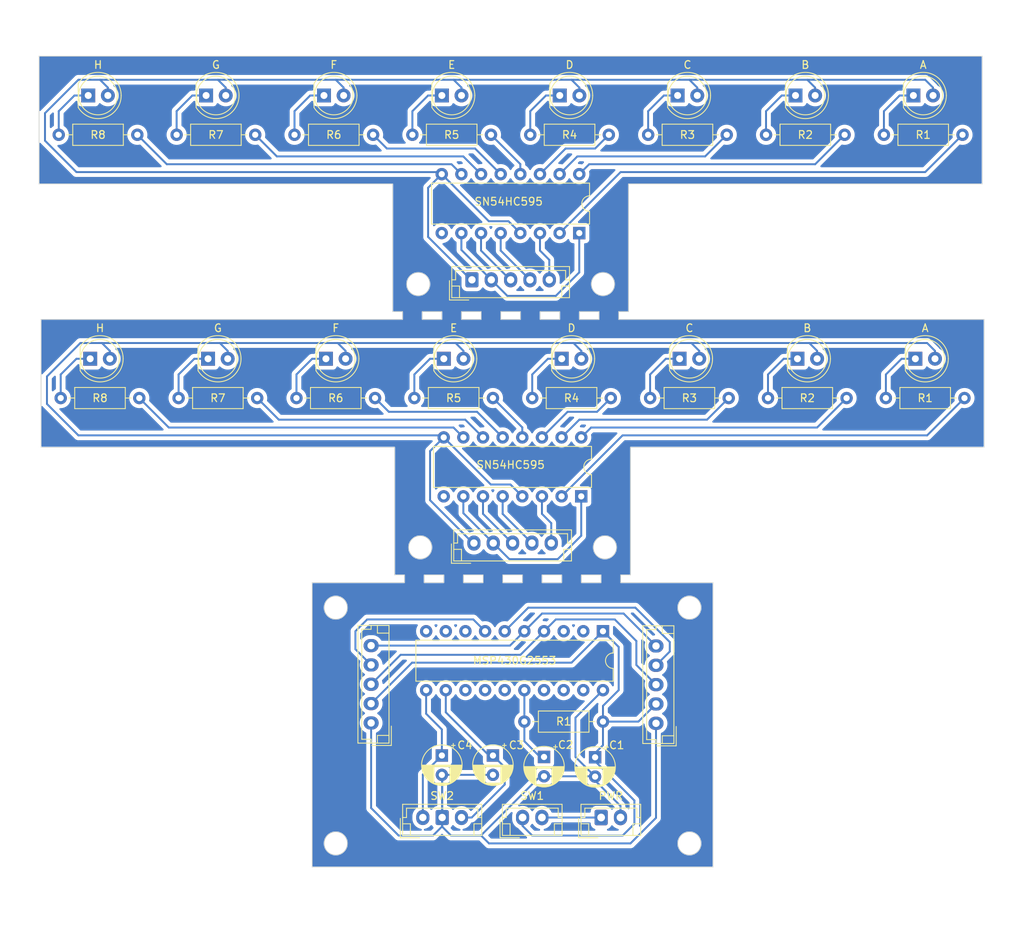
<source format=kicad_pcb>
(kicad_pcb (version 20221018) (generator pcbnew)
  (layers (0 "F.Cu" signal) (31 "B.Cu" signal) (34 "B.Paste" user) (35 "F.Paste" user) (36 "B.SilkS" user "B.Silkscreen") (37 "F.SilkS" user "F.Silkscreen") (38 "B.Mask" user) (39 "F.Mask" user) (44 "Edge.Cuts" user))
  (net 0 "")
  (net 1 "VCC")
  (net 2 "GND")
  (net 3 "DATA")
  (net 4 "CLOCK")
  (net 5 "LATCH")
  (net 6 "LED")
  (net 7 "OUT")
  (net 8 "LATCH_1")
  (net 9 "LATCH_2")
  (net 10 "SWITCH_1")
  (net 11 "SWITCH_2")
  (net 12 "RESET")
  (footprint "LED_THT:LED_D5.0mm" (layer "F.Cu") (at 170.18 63.5)
    (fp_text reference "C")
    (fp_text value "LED_D5.0mm" hide)
  )
  (footprint "Capacitor_THT:CP_Radial_D5.0mm_P2.50mm" (layer "F.Cu") (at 139.7 148.828888 -90)
    (fp_text reference "C4")
    (fp_text value "CP_Radial_D5.0mm_P2.50mm" hide)
  )
  (footprint "Connector_JST:JST_EH_B5B-EH-A_1x05_P2.50mm_Vertical" (layer "F.Cu") (at 167.386 144.667 90)
    (fp_text reference "REF**" hide)
    (fp_text value "JST_EH_B5B-EH-A_1x05_P2.50mm_Vertical" hide)
  )
  (footprint "Resistor_THT:R_Axial_DIN0207_L6.3mm_D2.5mm_P10.16mm_Horizontal" (layer "F.Cu") (at 151.384 102.616)
    (fp_text reference "R4")
    (fp_text value "R_Axial_DIN0207_L6.3mm_D2.5mm_P10.16mm_Horizontal" hide)
  )
  (footprint "Resistor_THT:R_Axial_DIN0207_L6.3mm_D2.5mm_P10.16mm_Horizontal" (layer "F.Cu") (at 120.904 102.616)
    (fp_text reference "R6")
    (fp_text value "R_Axial_DIN0207_L6.3mm_D2.5mm_P10.16mm_Horizontal" hide)
  )
  (footprint "LED_THT:LED_D5.0mm" (layer "F.Cu") (at 124.46 63.5)
    (fp_text reference "F")
    (fp_text value "LED_D5.0mm" hide)
  )
  (footprint "LED_THT:LED_D5.0mm" (layer "F.Cu") (at 185.674 97.536)
    (fp_text reference "B")
    (fp_text value "LED_D5.0mm" hide)
  )
  (footprint "Resistor_THT:R_Axial_DIN0207_L6.3mm_D2.5mm_P10.16mm_Horizontal" (layer "F.Cu") (at 135.89 68.58)
    (fp_text reference "R5")
    (fp_text value "R_Axial_DIN0207_L6.3mm_D2.5mm_P10.16mm_Horizontal" hide)
  )
  (footprint "LED_THT:LED_D5.0mm" (layer "F.Cu") (at 200.66 63.5)
    (fp_text reference "A")
    (fp_text value "LED_D5.0mm" hide)
  )
  (footprint "LED_THT:LED_D5.0mm" (layer "F.Cu") (at 200.914 97.536)
    (fp_text reference "A")
    (fp_text value "LED_D5.0mm" hide)
  )
  (footprint "Resistor_THT:R_Axial_DIN0207_L6.3mm_D2.5mm_P10.16mm_Horizontal" (layer "F.Cu") (at 136.144 102.616)
    (fp_text reference "R5")
    (fp_text value "R_Axial_DIN0207_L6.3mm_D2.5mm_P10.16mm_Horizontal" hide)
  )
  (footprint "Capacitor_THT:CP_Radial_D5.0mm_P2.50mm" (layer "F.Cu") (at 146.304 148.828888 -90)
    (fp_text reference "C3")
    (fp_text value "CP_Radial_D5.0mm_P2.50mm" hide)
  )
  (footprint "Resistor_THT:R_Axial_DIN0207_L6.3mm_D2.5mm_P10.16mm_Horizontal" (layer "F.Cu") (at 90.17 68.58)
    (fp_text reference "R8")
    (fp_text value "R_Axial_DIN0207_L6.3mm_D2.5mm_P10.16mm_Horizontal" hide)
  )
  (footprint "Resistor_THT:R_Axial_DIN0207_L6.3mm_D2.5mm_P10.16mm_Horizontal" (layer "F.Cu") (at 105.664 102.616)
    (fp_text reference "R7")
    (fp_text value "R_Axial_DIN0207_L6.3mm_D2.5mm_P10.16mm_Horizontal" hide)
  )
  (footprint "LED_THT:LED_D5.0mm" (layer "F.Cu") (at 93.98 63.5)
    (fp_text reference "H")
    (fp_text value "LED_D5.0mm" hide)
  )
  (footprint "Resistor_THT:R_Axial_DIN0207_L6.3mm_D2.5mm_P10.16mm_Horizontal" (layer "F.Cu") (at 197.104 102.616)
    (fp_text reference "R1")
    (fp_text value "R_Axial_DIN0207_L6.3mm_D2.5mm_P10.16mm_Horizontal" hide)
  )
  (footprint "LED_THT:LED_D5.0mm" (layer "F.Cu") (at 124.714 97.536)
    (fp_text reference "F")
    (fp_text value "LED_D5.0mm" hide)
  )
  (footprint "Resistor_THT:R_Axial_DIN0207_L6.3mm_D2.5mm_P10.16mm_Horizontal" (layer "F.Cu") (at 181.61 68.58)
    (fp_text reference "R2")
    (fp_text value "R_Axial_DIN0207_L6.3mm_D2.5mm_P10.16mm_Horizontal" hide)
  )
  (footprint "Resistor_THT:R_Axial_DIN0207_L6.3mm_D2.5mm_P10.16mm_Horizontal" (layer "F.Cu") (at 105.41 68.58)
    (fp_text reference "R7")
    (fp_text value "R_Axial_DIN0207_L6.3mm_D2.5mm_P10.16mm_Horizontal" hide)
  )
  (footprint "Connector_JST:JST_EH_B2B-EH-A_1x02_P2.50mm_Vertical" (layer "F.Cu") (at 150.134 156.846)
    (fp_text reference "SW1")
    (fp_text value "JST_EH_B2B-EH-A_1x02_P2.50mm_Vertical" hide)
  )
  (footprint "LED_THT:LED_D5.0mm" (layer "F.Cu") (at 170.434 97.536)
    (fp_text reference "C")
    (fp_text value "LED_D5.0mm" hide)
  )
  (footprint "Resistor_THT:R_Axial_DIN0207_L6.3mm_D2.5mm_P10.16mm_Horizontal" (layer "F.Cu") (at 166.624 102.616)
    (fp_text reference "R3")
    (fp_text value "R_Axial_DIN0207_L6.3mm_D2.5mm_P10.16mm_Horizontal" hide)
  )
  (footprint "Package_DIP:DIP-20_W7.62mm" (layer "F.Cu") (at 160.528 132.762 -90)
    (fp_text reference "MSP430G2553")
    (fp_text value "DIP-20_W7.62mm" hide)
  )
  (footprint "Resistor_THT:R_Axial_DIN0207_L6.3mm_D2.5mm_P10.16mm_Horizontal" (layer "F.Cu") (at 166.37 68.58)
    (fp_text reference "R3")
    (fp_text value "R_Axial_DIN0207_L6.3mm_D2.5mm_P10.16mm_Horizontal" hide)
  )
  (footprint "Connector_JST:JST_EH_B3B-EH-A_1x03_P2.50mm_Vertical" (layer "F.Cu") (at 137.24 156.846)
    (fp_text reference "SW2")
    (fp_text value "JST_EH_B3B-EH-A_1x03_P2.50mm_Vertical" hide)
  )
  (footprint "Package_DIP:DIP-16_W7.62mm" (layer "F.Cu") (at 157.719 107.706 -90)
    (fp_text reference "SN54HC595")
    (fp_text value "DIP-16_W7.62mm" hide)
  )
  (footprint "LED_THT:LED_D5.0mm" (layer "F.Cu") (at 109.474 97.536)
    (fp_text reference "G")
    (fp_text value "LED_D5.0mm" hide)
  )
  (footprint "Resistor_THT:R_Axial_DIN0207_L6.3mm_D2.5mm_P10.16mm_Horizontal" (layer "F.Cu") (at 160.528 144.446 180)
    (fp_text reference "R1")
    (fp_text value "R_Axial_DIN0207_L6.3mm_D2.5mm_P10.16mm_Horizontal" hide)
  )
  (footprint "Connector_JST:JST_EH_B5B-EH-A_1x05_P2.50mm_Vertical" (layer "F.Cu") (at 130.556 144.62 90)
    (fp_text reference "REF**" hide)
    (fp_text value "JST_EH_B5B-EH-A_1x05_P2.50mm_Vertical" hide)
  )
  (footprint "Connector_JST:JST_EH_B5B-EH-A_1x05_P2.50mm_Vertical" (layer "F.Cu") (at 143.844 121.366)
    (fp_text reference "REF**" hide)
    (fp_text value "JST_EH_B5B-EH-A_1x05_P2.50mm_Vertical" hide)
  )
  (footprint "Resistor_THT:R_Axial_DIN0207_L6.3mm_D2.5mm_P10.16mm_Horizontal" (layer "F.Cu") (at 90.424 102.616)
    (fp_text reference "R8")
    (fp_text value "R_Axial_DIN0207_L6.3mm_D2.5mm_P10.16mm_Horizontal" hide)
  )
  (footprint "Resistor_THT:R_Axial_DIN0207_L6.3mm_D2.5mm_P10.16mm_Horizontal" (layer "F.Cu") (at 196.85 68.58)
    (fp_text reference "R1")
    (fp_text value "R_Axial_DIN0207_L6.3mm_D2.5mm_P10.16mm_Horizontal" hide)
  )
  (footprint "Resistor_THT:R_Axial_DIN0207_L6.3mm_D2.5mm_P10.16mm_Horizontal" (layer "F.Cu") (at 120.65 68.58)
    (fp_text reference "R6")
    (fp_text value "R_Axial_DIN0207_L6.3mm_D2.5mm_P10.16mm_Horizontal" hide)
  )
  (footprint "LED_THT:LED_D5.0mm" (layer "F.Cu") (at 155.194 97.536)
    (fp_text reference "D")
    (fp_text value "LED_D5.0mm" hide)
  )
  (footprint "LED_THT:LED_D5.0mm" (layer "F.Cu") (at 109.22 63.5)
    (fp_text reference "G")
    (fp_text value "LED_D5.0mm" hide)
  )
  (footprint "LED_THT:LED_D5.0mm" (layer "F.Cu") (at 185.42 63.5)
    (fp_text reference "B")
    (fp_text value "LED_D5.0mm" hide)
  )
  (footprint "LED_THT:LED_D5.0mm" (layer "F.Cu") (at 94.234 97.536)
    (fp_text reference "H")
    (fp_text value "LED_D5.0mm" hide)
  )
  (footprint "Capacitor_THT:CP_Radial_D5.0mm_P2.50mm" (layer "F.Cu") (at 152.908 149.018 -90)
    (fp_text reference "C2")
    (fp_text value "CP_Radial_D5.0mm_P2.50mm" hide)
  )
  (footprint "Resistor_THT:R_Axial_DIN0207_L6.3mm_D2.5mm_P10.16mm_Horizontal" (layer "F.Cu") (at 151.13 68.58)
    (fp_text reference "R4")
    (fp_text value "R_Axial_DIN0207_L6.3mm_D2.5mm_P10.16mm_Horizontal" hide)
  )
  (footprint "LED_THT:LED_D5.0mm" (layer "F.Cu") (at 139.7 63.5)
    (fp_text reference "E")
    (fp_text value "LED_D5.0mm" hide)
  )
  (footprint "Resistor_THT:R_Axial_DIN0207_L6.3mm_D2.5mm_P10.16mm_Horizontal" (layer "F.Cu") (at 181.864 102.616)
    (fp_text reference "R2")
    (fp_text value "R_Axial_DIN0207_L6.3mm_D2.5mm_P10.16mm_Horizontal" hide)
  )
  (footprint "LED_THT:LED_D5.0mm" (layer "F.Cu") (at 139.954 97.536)
    (fp_text reference "E")
    (fp_text value "LED_D5.0mm" hide)
  )
  (footprint "Package_DIP:DIP-16_W7.62mm" (layer "F.Cu") (at 157.465 73.67 -90)
    (fp_text reference "SN54HC595")
    (fp_text value "DIP-16_W7.62mm" hide)
  )
  (footprint "Connector_JST:JST_EH_B2B-EH-A_1x02_P2.50mm_Vertical" (layer "F.Cu") (at 160.294 156.846)
    (fp_text reference "PWR")
    (fp_text value "JST_EH_B2B-EH-A_1x02_P2.50mm_Vertical" hide)
  )
  (footprint "Connector_JST:JST_EH_B5B-EH-A_1x05_P2.50mm_Vertical" (layer "F.Cu") (at 143.59 87.33)
    (fp_text reference "REF**" hide)
    (fp_text value "JST_EH_B5B-EH-A_1x05_P2.50mm_Vertical" hide)
  )
  (footprint "LED_THT:LED_D5.0mm" (layer "F.Cu") (at 154.94 63.5)
    (fp_text reference "D")
    (fp_text value "LED_D5.0mm" hide)
  )
  (footprint "Capacitor_THT:CP_Radial_D5.0mm_P2.50mm" (layer "F.Cu") (at 159.512 149.058 -90)
    (fp_text reference "C1")
    (fp_text value "CP_Radial_D5.0mm_P2.50mm" hide)
  )
  (gr_line (start 157.48 92.456) (end 160.02 92.456) (stroke (width 0.1)) (layer "Edge.Cuts"))
  (gr_line (start 157.48 92.456) (end 157.48 91.44) (stroke (width 0.1)) (layer "Edge.Cuts"))
  (gr_line (start 152.654 125.476) (end 155.194 125.476) (stroke (width 0.1)) (layer "Edge.Cuts"))
  (gr_line (start 133.604 108.966) (end 87.884 108.966) (stroke (width 0.1)) (layer "Edge.Cuts"))
  (gr_circle (center 125.984 160.194) (end 127.484 160.194) (stroke (width 0.1)) (fill none) (layer "Edge.Cuts"))
  (gr_line (start 155.194 126.492) (end 155.194 125.476) (stroke (width 0.1)) (layer "Edge.Cuts"))
  (gr_line (start 147.32 92.456) (end 147.32 91.44) (stroke (width 0.1)) (layer "Edge.Cuts"))
  (gr_line (start 157.48 91.44) (end 160.02 91.44) (stroke (width 0.1)) (layer "Edge.Cuts"))
  (gr_line (start 134.62 91.44) (end 134.62 92.456) (stroke (width 0.1)) (layer "Edge.Cuts"))
  (gr_line (start 152.4 91.44) (end 154.94 91.44) (stroke (width 0.1)) (layer "Edge.Cuts"))
  (gr_line (start 133.35 91.44) (end 133.35 74.93) (stroke (width 0.1)) (layer "Edge.Cuts"))
  (gr_line (start 133.604 125.476) (end 134.874 125.476) (stroke (width 0.1)) (layer "Edge.Cuts"))
  (gr_line (start 137.414 126.492) (end 139.954 126.492) (stroke (width 0.1)) (layer "Edge.Cuts"))
  (gr_line (start 133.604 125.476) (end 133.604 108.966) (stroke (width 0.1)) (layer "Edge.Cuts"))
  (gr_line (start 150.114 126.492) (end 150.114 125.476) (stroke (width 0.1)) (layer "Edge.Cuts"))
  (gr_line (start 142.494 126.492) (end 145.034 126.492) (stroke (width 0.1)) (layer "Edge.Cuts"))
  (gr_line (start 209.55 58.42) (end 209.55 74.93) (stroke (width 0.1)) (layer "Edge.Cuts"))
  (gr_line (start 87.63 74.93) (end 87.63 58.42) (stroke (width 0.1)) (layer "Edge.Cuts"))
  (gr_line (start 149.86 92.456) (end 149.86 91.44) (stroke (width 0.1)) (layer "Edge.Cuts"))
  (gr_line (start 139.954 126.492) (end 139.954 125.476) (stroke (width 0.1)) (layer "Edge.Cuts"))
  (gr_line (start 142.24 92.456) (end 142.24 91.44) (stroke (width 0.1)) (layer "Edge.Cuts"))
  (gr_line (start 162.814 125.476) (end 164.084 125.476) (stroke (width 0.1)) (layer "Edge.Cuts"))
  (gr_line (start 209.804 92.456) (end 162.56 92.456) (stroke (width 0.1)) (layer "Edge.Cuts"))
  (gr_line (start 209.804 108.966) (end 164.084 108.966) (stroke (width 0.1)) (layer "Edge.Cuts"))
  (gr_line (start 137.16 92.456) (end 137.16 91.44) (stroke (width 0.1)) (layer "Edge.Cuts"))
  (gr_line (start 162.56 91.44) (end 163.83 91.44) (stroke (width 0.1)) (layer "Edge.Cuts"))
  (gr_line (start 162.814 126.492) (end 162.814 125.476) (stroke (width 0.1)) (layer "Edge.Cuts"))
  (gr_circle (center 125.984 129.714) (end 127.484 129.714) (stroke (width 0.1)) (fill none) (layer "Edge.Cuts"))
  (gr_line (start 174.752 163.242) (end 174.752 126.492) (stroke (width 0.1)) (layer "Edge.Cuts"))
  (gr_line (start 142.494 125.476) (end 145.034 125.476) (stroke (width 0.1)) (layer "Edge.Cuts"))
  (gr_line (start 137.16 92.456) (end 139.7 92.456) (stroke (width 0.1)) (layer "Edge.Cuts"))
  (gr_line (start 137.16 91.44) (end 139.7 91.44) (stroke (width 0.1)) (layer "Edge.Cuts"))
  (gr_line (start 162.56 92.456) (end 162.56 91.44) (stroke (width 0.1)) (layer "Edge.Cuts"))
  (gr_line (start 174.752 126.492) (end 162.814 126.492) (stroke (width 0.1)) (layer "Edge.Cuts"))
  (gr_line (start 137.414 125.476) (end 139.954 125.476) (stroke (width 0.1)) (layer "Edge.Cuts"))
  (gr_line (start 160.02 92.456) (end 160.02 91.44) (stroke (width 0.1)) (layer "Edge.Cuts"))
  (gr_line (start 157.734 125.476) (end 160.274 125.476) (stroke (width 0.1)) (layer "Edge.Cuts"))
  (gr_line (start 147.574 125.476) (end 150.114 125.476) (stroke (width 0.1)) (layer "Edge.Cuts"))
  (gr_circle (center 136.652 87.884) (end 138.152 87.884) (stroke (width 0.1)) (fill none) (layer "Edge.Cuts"))
  (gr_line (start 139.7 92.456) (end 139.7 91.44) (stroke (width 0.1)) (layer "Edge.Cuts"))
  (gr_line (start 163.83 74.93) (end 163.83 91.44) (stroke (width 0.1)) (layer "Edge.Cuts"))
  (gr_line (start 142.24 91.44) (end 144.78 91.44) (stroke (width 0.1)) (layer "Edge.Cuts"))
  (gr_line (start 164.084 108.966) (end 164.084 125.476) (stroke (width 0.1)) (layer "Edge.Cuts"))
  (gr_line (start 87.884 108.966) (end 87.884 92.456) (stroke (width 0.1)) (layer "Edge.Cuts"))
  (gr_line (start 142.24 92.456) (end 144.78 92.456) (stroke (width 0.1)) (layer "Edge.Cuts"))
  (gr_line (start 142.494 126.492) (end 142.494 125.476) (stroke (width 0.1)) (layer "Edge.Cuts"))
  (gr_line (start 122.936 126.492) (end 122.936 163.242) (stroke (width 0.1)) (layer "Edge.Cuts"))
  (gr_line (start 133.35 91.44) (end 134.62 91.44) (stroke (width 0.1)) (layer "Edge.Cuts"))
  (gr_line (start 133.35 74.93) (end 87.63 74.93) (stroke (width 0.1)) (layer "Edge.Cuts"))
  (gr_line (start 152.654 126.492) (end 152.654 125.476) (stroke (width 0.1)) (layer "Edge.Cuts"))
  (gr_line (start 137.414 126.492) (end 137.414 125.476) (stroke (width 0.1)) (layer "Edge.Cuts"))
  (gr_line (start 147.574 126.492) (end 147.574 125.476) (stroke (width 0.1)) (layer "Edge.Cuts"))
  (gr_line (start 144.78 92.456) (end 144.78 91.44) (stroke (width 0.1)) (layer "Edge.Cuts"))
  (gr_line (start 87.63 58.42) (end 209.55 58.42) (stroke (width 0.1)) (layer "Edge.Cuts"))
  (gr_line (start 209.55 74.93) (end 163.83 74.93) (stroke (width 0.1)) (layer "Edge.Cuts"))
  (gr_line (start 157.734 126.492) (end 160.274 126.492) (stroke (width 0.1)) (layer "Edge.Cuts"))
  (gr_line (start 147.574 126.492) (end 150.114 126.492) (stroke (width 0.1)) (layer "Edge.Cuts"))
  (gr_line (start 147.32 91.44) (end 149.86 91.44) (stroke (width 0.1)) (layer "Edge.Cuts"))
  (gr_circle (center 160.528 87.884) (end 162.028 87.884) (stroke (width 0.1)) (fill none) (layer "Edge.Cuts"))
  (gr_line (start 209.804 92.456) (end 209.804 108.966) (stroke (width 0.1)) (layer "Edge.Cuts"))
  (gr_circle (center 160.782 121.92) (end 162.282 121.92) (stroke (width 0.1)) (fill none) (layer "Edge.Cuts"))
  (gr_line (start 152.4 92.456) (end 154.94 92.456) (stroke (width 0.1)) (layer "Edge.Cuts"))
  (gr_line (start 147.32 92.456) (end 149.86 92.456) (stroke (width 0.1)) (layer "Edge.Cuts"))
  (gr_line (start 157.734 126.492) (end 157.734 125.476) (stroke (width 0.1)) (layer "Edge.Cuts"))
  (gr_line (start 152.4 92.456) (end 152.4 91.44) (stroke (width 0.1)) (layer "Edge.Cuts"))
  (gr_line (start 122.936 163.242) (end 174.752 163.242) (stroke (width 0.1)) (layer "Edge.Cuts"))
  (gr_line (start 87.884 92.456) (end 134.62 92.456) (stroke (width 0.1)) (layer "Edge.Cuts"))
  (gr_line (start 145.034 126.492) (end 145.034 125.476) (stroke (width 0.1)) (layer "Edge.Cuts"))
  (gr_line (start 152.654 126.492) (end 155.194 126.492) (stroke (width 0.1)) (layer "Edge.Cuts"))
  (gr_line (start 160.274 126.492) (end 160.274 125.476) (stroke (width 0.1)) (layer "Edge.Cuts"))
  (gr_line (start 134.874 125.476) (end 134.874 126.492) (stroke (width 0.1)) (layer "Edge.Cuts"))
  (gr_line (start 122.936 126.492) (end 134.874 126.492) (stroke (width 0.1)) (layer "Edge.Cuts"))
  (gr_circle (center 171.704 160.194) (end 173.204 160.194) (stroke (width 0.1)) (fill none) (layer "Edge.Cuts"))
  (gr_circle (center 171.704 129.714) (end 173.204 129.714) (stroke (width 0.1)) (fill none) (layer "Edge.Cuts"))
  (gr_circle (center 136.906 121.92) (end 138.406 121.92) (stroke (width 0.1)) (fill none) (layer "Edge.Cuts"))
  (gr_line (start 154.94 92.456) (end 154.94 91.44) (stroke (width 0.1)) (layer "Edge.Cuts"))
  (segment (start 160.528 132.762) (end 156.464 136.826) (width 0.25) (layer "B.Cu") (net 1))
  (segment (start 159.004 149.018) (end 160.528 147.494) (width 0.25) (layer "B.Cu") (net 1))
  (segment (start 159.004 149.058) (end 159.004 149.018) (width 0.25) (layer "B.Cu") (net 1))
  (segment (start 150.134 156.846) (end 150.134 157.928) (width 0.25) (layer "B.Cu") (net 1))
  (segment (start 142.225 83.465) (end 142.225 81.29) (width 0.25) (layer "B.Cu") (net 1))
  (segment (start 160.528 147.494) (end 160.528 144.446) (width 0.25) (layer "B.Cu") (net 1))
  (segment (start 164.592 157.654) (end 164.592 154.646) (width 0.25) (layer "B.Cu") (net 1))
  (segment (start 154.432 89.408) (end 157.465 86.375) (width 0.25) (layer "B.Cu") (net 1))
  (segment (start 154.686 123.444) (end 157.719 120.411) (width 0.25) (layer "B.Cu") (net 1))
  (segment (start 146.344 121.366) (end 148.422 123.444) (width 0.25) (layer "B.Cu") (net 1))
  (segment (start 142.479 117.501) (end 142.479 115.326) (width 0.25) (layer "B.Cu") (net 1))
  (segment (start 148.168 89.408) (end 154.432 89.408) (width 0.25) (layer "B.Cu") (net 1))
  (segment (start 156.464 136.826) (end 135.85 136.826) (width 0.25) (layer "B.Cu") (net 1))
  (segment (start 162.56 134.794) (end 160.528 132.762) (width 0.25) (layer "B.Cu") (net 1))
  (segment (start 146.09 87.33) (end 142.225 83.465) (width 0.25) (layer "B.Cu") (net 1))
  (segment (start 157.465 86.375) (end 157.465 81.29) (width 0.25) (layer "B.Cu") (net 1))
  (segment (start 135.85 136.826) (end 130.556 142.12) (width 0.25) (layer "B.Cu") (net 1))
  (segment (start 164.592 154.646) (end 159.004 149.058) (width 0.25) (layer "B.Cu") (net 1))
  (segment (start 160.528 142.414) (end 162.56 140.382) (width 0.25) (layer "B.Cu") (net 1))
  (segment (start 150.134 157.928) (end 151.384 159.178) (width 0.25) (layer "B.Cu") (net 1))
  (segment (start 160.528 144.446) (end 160.528 142.414) (width 0.25) (layer "B.Cu") (net 1))
  (segment (start 160.528 144.446) (end 165.107 144.446) (width 0.25) (layer "B.Cu") (net 1))
  (segment (start 162.56 140.382) (end 162.56 134.794) (width 0.25) (layer "B.Cu") (net 1))
  (segment (start 165.107 144.446) (end 167.386 142.167) (width 0.25) (layer "B.Cu") (net 1))
  (segment (start 146.09 87.33) (end 148.168 89.408) (width 0.25) (layer "B.Cu") (net 1))
  (segment (start 146.344 121.366) (end 142.479 117.501) (width 0.25) (layer "B.Cu") (net 1))
  (segment (start 151.384 159.178) (end 163.068 159.178) (width 0.25) (layer "B.Cu") (net 1))
  (segment (start 160.294 156.846) (end 152.634 156.846) (width 0.25) (layer "B.Cu") (net 1))
  (segment (start 163.068 159.178) (end 164.592 157.654) (width 0.25) (layer "B.Cu") (net 1))
  (segment (start 148.422 123.444) (end 154.686 123.444) (width 0.25) (layer "B.Cu") (net 1))
  (segment (start 157.719 120.411) (end 157.719 115.326) (width 0.25) (layer "B.Cu") (net 1))
  (segment (start 157.48 63.5) (end 157.48 62.484) (width 0.25) (layer "B.Cu") (net 2))
  (segment (start 145.771 79.756) (end 148.311 79.756) (width 0.25) (layer "B.Cu") (net 2))
  (segment (start 187.96 63.5) (end 187.96 62.484) (width 0.25) (layer "B.Cu") (net 2))
  (segment (start 148.565 113.792) (end 150.099 115.326) (width 0.25) (layer "B.Cu") (net 2))
  (segment (start 142.494 96.52) (end 141.478 95.504) (width 0.25) (layer "B.Cu") (net 2))
  (segment (start 139.939 107.706) (end 146.025 113.792) (width 0.25) (layer "B.Cu") (net 2))
  (segment (start 157.734 97.536) (end 157.734 96.52) (width 0.25) (layer "B.Cu") (net 2))
  (segment (start 143.844 121.366) (end 143.718 121.366) (width 0.25) (layer "B.Cu") (net 2))
  (segment (start 139.421 73.406) (end 92.456 73.406) (width 0.25) (layer "B.Cu") (net 2))
  (segment (start 111.76 63.5) (end 111.76 62.484) (width 0.25) (layer "B.Cu") (net 2))
  (segment (start 159.218 151.518) (end 159.258 151.558) (width 0.25) (layer "B.Cu") (net 2))
  (segment (start 130.556 155.622) (end 130.556 144.62) (width 0.25) (layer "B.Cu") (net 2))
  (segment (start 92.71 61.468) (end 202.184 61.468) (width 0.25) (layer "B.Cu") (net 2))
  (segment (start 159.512 152.066) (end 162.794 155.348) (width 0.25) (layer "B.Cu") (net 2))
  (segment (start 88.392 65.786) (end 92.71 61.468) (width 0.25) (layer "B.Cu") (net 2))
  (segment (start 202.184 61.468) (end 203.2 62.484) (width 0.25) (layer "B.Cu") (net 2))
  (segment (start 92.71 107.442) (end 88.646 103.378) (width 0.25) (layer "B.Cu") (net 2))
  (segment (start 188.214 97.536) (end 188.214 96.52) (width 0.25) (layer "B.Cu") (net 2))
  (segment (start 187.96 62.484) (end 186.944 61.468) (width 0.25) (layer "B.Cu") (net 2))
  (segment (start 137.922 75.433) (end 139.685 73.67) (width 0.25) (layer "B.Cu") (net 2))
  (segment (start 203.454 96.52) (end 203.454 97.536) (width 0.25) (layer "B.Cu") (net 2))
  (segment (start 143.464 87.33) (end 137.922 81.788) (width 0.25) (layer "B.Cu") (net 2))
  (segment (start 112.014 96.52) (end 110.998 95.504) (width 0.25) (layer "B.Cu") (net 2))
  (segment (start 145.796 151.328888) (end 139.74 151.328888) (width 0.25) (layer "B.Cu") (net 2))
  (segment (start 142.494 97.536) (end 142.494 96.52) (width 0.25) (layer "B.Cu") (net 2))
  (segment (start 139.939 107.706) (end 139.675 107.442) (width 0.25) (layer "B.Cu") (net 2))
  (segment (start 92.456 73.406) (end 88.392 69.342) (width 0.25) (layer "B.Cu") (net 2))
  (segment (start 139.74 157.992) (end 138.554 159.178) (width 0.25) (layer "B.Cu") (net 2))
  (segment (start 139.675 107.442) (end 92.71 107.442) (width 0.25) (layer "B.Cu") (net 2))
  (segment (start 96.774 97.536) (end 96.774 96.52) (width 0.25) (layer "B.Cu") (net 2))
  (segment (start 143.718 121.366) (end 138.176 115.824) (width 0.25) (layer "B.Cu") (net 2))
  (segment (start 202.438 95.504) (end 203.454 96.52) (width 0.25) (layer "B.Cu") (net 2))
  (segment (start 144.74 159.178) (end 144.78 159.178) (width 0.25) (layer "B.Cu") (net 2))
  (segment (start 139.74 151.328888) (end 139.74 156.846) (width 0.25) (layer "B.Cu") (net 2))
  (segment (start 156.972 149.018) (end 159.512 151.558) (width 0.25) (layer "B.Cu") (net 2))
  (segment (start 139.74 156.846) (end 139.74 157.992) (width 0.25) (layer "B.Cu") (net 2))
  (segment (start 146.025 113.792) (end 148.565 113.792) (width 0.25) (layer "B.Cu") (net 2))
  (segment (start 96.52 62.484) (end 95.504 61.468) (width 0.25) (layer "B.Cu") (net 2))
  (segment (start 112.014 97.536) (end 112.014 96.52) (width 0.25) (layer "B.Cu") (net 2))
  (segment (start 88.646 103.378) (end 88.646 99.822) (width 0.25) (layer "B.Cu") (net 2))
  (segment (start 172.72 62.484) (end 171.704 61.468) (width 0.25) (layer "B.Cu") (net 2))
  (segment (start 139.685 73.67) (end 139.421 73.406) (width 0.25) (layer "B.Cu") (net 2))
  (segment (start 96.774 96.52) (end 95.758 95.504) (width 0.25) (layer "B.Cu") (net 2))
  (segment (start 188.214 96.52) (end 187.198 95.504) (width 0.25) (layer "B.Cu") (net 2))
  (segment (start 156.972 143.938) (end 156.972 149.018) (width 0.25) (layer "B.Cu") (net 2))
  (segment (start 137.922 81.788) (end 137.922 75.433) (width 0.25) (layer "B.Cu") (net 2))
  (segment (start 172.974 97.536) (end 172.974 96.52) (width 0.25) (layer "B.Cu") (net 2))
  (segment (start 111.76 62.484) (end 110.744 61.468) (width 0.25) (layer "B.Cu") (net 2))
  (segment (start 164.084 160.194) (end 167.386 156.892) (width 0.25) (layer "B.Cu") (net 2))
  (segment (start 142.24 62.484) (end 141.224 61.468) (width 0.25) (layer "B.Cu") (net 2))
  (segment (start 157.48 62.484) (end 156.464 61.468) (width 0.25) (layer "B.Cu") (net 2))
  (segment (start 138.554 159.178) (end 134.112 159.178) (width 0.25) (layer "B.Cu") (net 2))
  (segment (start 172.72 63.5) (end 172.72 62.484) (width 0.25) (layer "B.Cu") (net 2))
  (segment (start 139.74 151.876888) (end 139.74 156.846) (width 0.25) (layer "B.Cu") (net 2))
  (segment (start 145.796 160.194) (end 164.084 160.194) (width 0.25) (layer "B.Cu") (net 2))
  (segment (start 152.4 151.518) (end 159.218 151.518) (width 0.25) (layer "B.Cu") (net 2))
  (segment (start 203.2 62.484) (end 203.2 63.5) (width 0.25) (layer "B.Cu") (net 2))
  (segment (start 127 62.484) (end 125.984 61.468) (width 0.25) (layer "B.Cu") (net 2))
  (segment (start 162.794 155.348) (end 162.794 156.846) (width 0.25) (layer "B.Cu") (net 2))
  (segment (start 88.646 99.822) (end 92.964 95.504) (width 0.25) (layer "B.Cu") (net 2))
  (segment (start 134.112 159.178) (end 130.556 155.622) (width 0.25) (layer "B.Cu") (net 2))
  (segment (start 127.254 97.536) (end 127.254 96.52) (width 0.25) (layer "B.Cu") (net 2))
  (segment (start 96.52 63.5) (end 96.52 62.484) (width 0.25) (layer "B.Cu") (net 2))
  (segment (start 139.74 158.032) (end 139.74 156.846) (width 0.25) (layer "B.Cu") (net 2))
  (segment (start 142.24 63.5) (end 142.24 62.484) (width 0.25) (layer "B.Cu") (net 2))
  (segment (start 88.392 69.342) (end 88.392 65.786) (width 0.25) (layer "B.Cu") (net 2))
  (segment (start 92.964 95.504) (end 202.438 95.504) (width 0.25) (layer "B.Cu") (net 2))
  (segment (start 139.685 73.67) (end 145.771 79.756) (width 0.25) (layer "B.Cu") (net 2))
  (segment (start 148.311 79.756) (end 149.845 81.29) (width 0.25) (layer "B.Cu") (net 2))
  (segment (start 152.4 151.518) (end 144.74 159.178) (width 0.25) (layer "B.Cu") (net 2))
  (segment (start 143.59 87.33) (end 143.464 87.33) (width 0.25) (layer "B.Cu") (net 2))
  (segment (start 127.254 96.52) (end 126.238 95.504) (width 0.25) (layer "B.Cu") (net 2))
  (segment (start 167.386 156.892) (end 167.386 144.667) (width 0.25) (layer "B.Cu") (net 2))
  (segment (start 127 63.5) (end 127 62.484) (width 0.25) (layer "B.Cu") (net 2))
  (segment (start 138.176 109.469) (end 139.939 107.706) (width 0.25) (layer "B.Cu") (net 2))
  (segment (start 144.78 159.178) (end 145.796 160.194) (width 0.25) (layer "B.Cu") (net 2))
  (segment (start 157.734 96.52) (end 156.718 95.504) (width 0.25) (layer "B.Cu") (net 2))
  (segment (start 144.74 159.178) (end 140.886 159.178) (width 0.25) (layer "B.Cu") (net 2))
  (segment (start 172.974 96.52) (end 171.958 95.504) (width 0.25) (layer "B.Cu") (net 2))
  (segment (start 140.886 159.178) (end 139.74 158.032) (width 0.25) (layer "B.Cu") (net 2))
  (segment (start 160.528 140.382) (end 156.972 143.938) (width 0.25) (layer "B.Cu") (net 2))
  (segment (start 159.512 151.558) (end 159.512 152.066) (width 0.25) (layer "B.Cu") (net 2))
  (segment (start 139.192 151.328888) (end 139.74 151.876888) (width 0.25) (layer "B.Cu") (net 2))
  (segment (start 138.176 115.824) (end 138.176 109.469) (width 0.25) (layer "B.Cu") (net 2))
  (segment (start 150.368 132.762) (end 152.654 130.476) (width 0.25) (layer "B.Cu") (net 3))
  (segment (start 150.368 132.762) (end 148.51 134.62) (width 0.25) (layer "B.Cu") (net 3))
  (segment (start 153.844 121.366) (end 153.844 118.792) (width 0.25) (layer "B.Cu") (net 3))
  (segment (start 152.639 117.587) (end 152.639 115.326) (width 0.25) (layer "B.Cu") (net 3))
  (segment (start 163.195 130.476) (end 167.386 134.667) (width 0.25) (layer "B.Cu") (net 3))
  (segment (start 153.59 87.33) (end 153.59 84.756) (width 0.25) (layer "B.Cu") (net 3))
  (segment (start 152.654 130.476) (end 163.195 130.476) (width 0.25) (layer "B.Cu") (net 3))
  (segment (start 148.51 134.62) (end 130.556 134.62) (width 0.25) (layer "B.Cu") (net 3))
  (segment (start 153.844 118.792) (end 152.639 117.587) (width 0.25) (layer "B.Cu") (net 3))
  (segment (start 153.59 84.756) (end 152.385 83.551) (width 0.25) (layer "B.Cu") (net 3))
  (segment (start 152.385 83.551) (end 152.385 81.29) (width 0.25) (layer "B.Cu") (net 3))
  (segment (start 144.765 83.551) (end 144.765 81.29) (width 0.25) (layer "B.Cu") (net 4))
  (segment (start 148.59 87.33) (end 148.544 87.33) (width 0.25) (layer "B.Cu") (net 4))
  (segment (start 134.366 135.81) (end 130.556 139.62) (width 0.25) (layer "B.Cu") (net 4))
  (segment (start 145.019 117.587) (end 145.019 115.326) (width 0.25) (layer "B.Cu") (net 4))
  (segment (start 154.432 131.238) (end 162.052 131.238) (width 0.25) (layer "B.Cu") (net 4))
  (segment (start 149.86 135.81) (end 134.366 135.81) (width 0.25) (layer "B.Cu") (net 4))
  (segment (start 162.052 131.238) (end 164.846 134.032) (width 0.25) (layer "B.Cu") (net 4))
  (segment (start 148.844 121.366) (end 148.798 121.366) (width 0.25) (layer "B.Cu") (net 4))
  (segment (start 148.544 87.33) (end 144.765 83.551) (width 0.25) (layer "B.Cu") (net 4))
  (segment (start 152.908 132.762) (end 154.432 131.238) (width 0.25) (layer "B.Cu") (net 4))
  (segment (start 152.908 132.762) (end 149.86 135.81) (width 0.25) (layer "B.Cu") (net 4))
  (segment (start 164.846 137.127) (end 167.386 139.667) (width 0.25) (layer "B.Cu") (net 4))
  (segment (start 148.798 121.366) (end 145.019 117.587) (width 0.25) (layer "B.Cu") (net 4))
  (segment (start 164.846 134.032) (end 164.846 137.127) (width 0.25) (layer "B.Cu") (net 4))
  (segment (start 151.084 87.33) (end 147.305 83.551) (width 0.25) (layer "B.Cu") (net 5))
  (segment (start 151.344 121.366) (end 151.338 121.366) (width 0.25) (layer "B.Cu") (net 5))
  (segment (start 151.09 87.33) (end 151.084 87.33) (width 0.25) (layer "B.Cu") (net 5))
  (segment (start 151.338 121.366) (end 147.559 117.587) (width 0.25) (layer "B.Cu") (net 5))
  (segment (start 147.305 83.551) (end 147.305 81.29) (width 0.25) (layer "B.Cu") (net 5))
  (segment (start 147.559 117.587) (end 147.559 115.326) (width 0.25) (layer "B.Cu") (net 5))
  (segment (start 122.936 97.536) (end 124.714 97.536) (width 0.25) (layer "B.Cu") (net 6))
  (segment (start 138.176 97.536) (end 139.954 97.536) (width 0.25) (layer "B.Cu") (net 6))
  (segment (start 183.896 97.536) (end 185.674 97.536) (width 0.25) (layer "B.Cu") (net 6))
  (segment (start 151.384 99.568) (end 153.416 97.536) (width 0.25) (layer "B.Cu") (net 6))
  (segment (start 168.656 97.536) (end 170.434 97.536) (width 0.25) (layer "B.Cu") (net 6))
  (segment (start 107.696 97.536) (end 109.474 97.536) (width 0.25) (layer "B.Cu") (net 6))
  (segment (start 135.89 68.58) (end 135.89 65.532) (width 0.25) (layer "B.Cu") (net 6))
  (segment (start 168.402 63.5) (end 170.18 63.5) (width 0.25) (layer "B.Cu") (net 6))
  (segment (start 181.864 102.616) (end 181.864 99.568) (width 0.25) (layer "B.Cu") (net 6))
  (segment (start 105.41 65.532) (end 107.442 63.5) (width 0.25) (layer "B.Cu") (net 6))
  (segment (start 92.456 97.536) (end 94.234 97.536) (width 0.25) (layer "B.Cu") (net 6))
  (segment (start 137.922 63.5) (end 139.7 63.5) (width 0.25) (layer "B.Cu") (net 6))
  (segment (start 120.65 65.532) (end 122.682 63.5) (width 0.25) (layer "B.Cu") (net 6))
  (segment (start 135.89 65.532) (end 137.922 63.5) (width 0.25) (layer "B.Cu") (net 6))
  (segment (start 166.37 68.58) (end 166.37 65.532) (width 0.25) (layer "B.Cu") (net 6))
  (segment (start 105.664 99.568) (end 107.696 97.536) (width 0.25) (layer "B.Cu") (net 6))
  (segment (start 136.144 99.568) (end 138.176 97.536) (width 0.25) (layer "B.Cu") (net 6))
  (segment (start 120.904 99.568) (end 122.936 97.536) (width 0.25) (layer "B.Cu") (net 6))
  (segment (start 166.37 65.532) (end 168.402 63.5) (width 0.25) (layer "B.Cu") (net 6))
  (segment (start 90.17 68.58) (end 90.17 65.532) (width 0.25) (layer "B.Cu") (net 6))
  (segment (start 105.664 102.616) (end 105.664 99.568) (width 0.25) (layer "B.Cu") (net 6))
  (segment (start 107.442 63.5) (end 109.22 63.5) (width 0.25) (layer "B.Cu") (net 6))
  (segment (start 166.624 102.616) (end 166.624 99.568) (width 0.25) (layer "B.Cu") (net 6))
  (segment (start 197.104 102.616) (end 197.104 99.568) (width 0.25) (layer "B.Cu") (net 6))
  (segment (start 151.13 68.58) (end 151.13 65.532) (width 0.25) (layer "B.Cu") (net 6))
  (segment (start 120.65 68.58) (end 120.65 65.532) (width 0.25) (layer "B.Cu") (net 6))
  (segment (start 196.85 68.58) (end 196.85 65.532) (width 0.25) (layer "B.Cu") (net 6))
  (segment (start 90.17 65.532) (end 92.202 63.5) (width 0.25) (layer "B.Cu") (net 6))
  (segment (start 136.144 102.616) (end 136.144 99.568) (width 0.25) (layer "B.Cu") (net 6))
  (segment (start 196.85 65.532) (end 198.882 63.5) (width 0.25) (layer "B.Cu") (net 6))
  (segment (start 90.424 102.616) (end 90.424 99.568) (width 0.25) (layer "B.Cu") (net 6))
  (segment (start 197.104 99.568) (end 199.136 97.536) (width 0.25) (layer "B.Cu") (net 6))
  (segment (start 105.41 68.58) (end 105.41 65.532) (width 0.25) (layer "B.Cu") (net 6))
  (segment (start 151.13 65.532) (end 153.162 63.5) (width 0.25) (layer "B.Cu") (net 6))
  (segment (start 199.136 97.536) (end 200.914 97.536) (width 0.25) (layer "B.Cu") (net 6))
  (segment (start 90.424 99.568) (end 92.456 97.536) (width 0.25) (layer "B.Cu") (net 6))
  (segment (start 122.682 63.5) (end 124.46 63.5) (width 0.25) (layer "B.Cu") (net 6))
  (segment (start 151.384 102.616) (end 151.384 99.568) (width 0.25) (layer "B.Cu") (net 6))
  (segment (start 198.882 63.5) (end 200.66 63.5) (width 0.25) (layer "B.Cu") (net 6))
  (segment (start 153.162 63.5) (end 154.94 63.5) (width 0.25) (layer "B.Cu") (net 6))
  (segment (start 181.864 99.568) (end 183.896 97.536) (width 0.25) (layer "B.Cu") (net 6))
  (segment (start 120.904 102.616) (end 120.904 99.568) (width 0.25) (layer "B.Cu") (net 6))
  (segment (start 181.61 65.532) (end 183.642 63.5) (width 0.25) (layer "B.Cu") (net 6))
  (segment (start 181.61 68.58) (end 181.61 65.532) (width 0.25) (layer "B.Cu") (net 6))
  (segment (start 92.202 63.5) (end 93.98 63.5) (width 0.25) (layer "B.Cu") (net 6))
  (segment (start 153.416 97.536) (end 155.194 97.536) (width 0.25) (layer "B.Cu") (net 6))
  (segment (start 183.642 63.5) (end 185.42 63.5) (width 0.25) (layer "B.Cu") (net 6))
  (segment (start 166.624 99.568) (end 168.656 97.536) (width 0.25) (layer "B.Cu") (net 6))
  (segment (start 157.475 105.41) (end 173.99 105.41) (width 0.25) (layer "B.Cu") (net 7))
  (segment (start 150.099 106.411) (end 146.304 102.616) (width 0.25) (layer "B.Cu") (net 7))
  (segment (start 104.14 72.39) (end 100.33 68.58) (width 0.25) (layer "B.Cu") (net 7))
  (segment (start 143.993 70.358) (end 132.588 70.358) (width 0.25) (layer "B.Cu") (net 7))
  (segment (start 104.394 106.426) (end 100.584 102.616) (width 0.25) (layer "B.Cu") (net 7))
  (segment (start 147.559 107.706) (end 144.247 104.394) (width 0.25) (layer "B.Cu") (net 7))
  (segment (start 147.305 73.67) (end 143.993 70.358) (width 0.25) (layer "B.Cu") (net 7))
  (segment (start 163.063 107.442) (end 202.438 107.442) (width 0.25) (layer "B.Cu") (net 7))
  (segment (start 140.945 72.39) (end 104.14 72.39) (width 0.25) (layer "B.Cu") (net 7))
  (segment (start 158.999 106.426) (end 188.214 106.426) (width 0.25) (layer "B.Cu") (net 7))
  (segment (start 157.221 71.374) (end 173.736 71.374) (width 0.25) (layer "B.Cu") (net 7))
  (segment (start 158.745 72.39) (end 187.96 72.39) (width 0.25) (layer "B.Cu") (net 7))
  (segment (start 149.845 72.375) (end 146.05 68.58) (width 0.25) (layer "B.Cu") (net 7))
  (segment (start 118.364 71.374) (end 115.57 68.58) (width 0.25) (layer "B.Cu") (net 7))
  (segment (start 152.385 73.67) (end 155.697 70.358) (width 0.25) (layer "B.Cu") (net 7))
  (segment (start 155.697 70.358) (end 159.512 70.358) (width 0.25) (layer "B.Cu") (net 7))
  (segment (start 202.184 73.406) (end 207.01 68.58) (width 0.25) (layer "B.Cu") (net 7))
  (segment (start 157.465 73.67) (end 158.745 72.39) (width 0.25) (layer "B.Cu") (net 7))
  (segment (start 144.247 104.394) (end 132.842 104.394) (width 0.25) (layer "B.Cu") (net 7))
  (segment (start 144.765 73.67) (end 142.469 71.374) (width 0.25) (layer "B.Cu") (net 7))
  (segment (start 142.469 71.374) (end 118.364 71.374) (width 0.25) (layer "B.Cu") (net 7))
  (segment (start 142.723 105.41) (end 118.618 105.41) (width 0.25) (layer "B.Cu") (net 7))
  (segment (start 152.639 107.706) (end 155.951 104.394) (width 0.25) (layer "B.Cu") (net 7))
  (segment (start 162.809 73.406) (end 202.184 73.406) (width 0.25) (layer "B.Cu") (net 7))
  (segment (start 173.99 105.41) (end 176.784 102.616) (width 0.25) (layer "B.Cu") (net 7))
  (segment (start 142.225 73.67) (end 140.945 72.39) (width 0.25) (layer "B.Cu") (net 7))
  (segment (start 132.842 104.394) (end 131.064 102.616) (width 0.25) (layer "B.Cu") (net 7))
  (segment (start 141.199 106.426) (end 104.394 106.426) (width 0.25) (layer "B.Cu") (net 7))
  (segment (start 188.214 106.426) (end 192.024 102.616) (width 0.25) (layer "B.Cu") (net 7))
  (segment (start 132.588 70.358) (end 130.81 68.58) (width 0.25) (layer "B.Cu") (net 7))
  (segment (start 159.512 70.358) (end 161.29 68.58) (width 0.25) (layer "B.Cu") (net 7))
  (segment (start 157.719 107.706) (end 158.999 106.426) (width 0.25) (layer "B.Cu") (net 7))
  (segment (start 154.925 81.29) (end 162.809 73.406) (width 0.25) (layer "B.Cu") (net 7))
  (segment (start 155.179 107.706) (end 157.475 105.41) (width 0.25) (layer "B.Cu") (net 7))
  (segment (start 187.96 72.39) (end 191.77 68.58) (width 0.25) (layer "B.Cu") (net 7))
  (segment (start 118.618 105.41) (end 115.824 102.616) (width 0.25) (layer "B.Cu") (net 7))
  (segment (start 154.925 73.67) (end 157.221 71.374) (width 0.25) (layer "B.Cu") (net 7))
  (segment (start 159.766 104.394) (end 161.544 102.616) (width 0.25) (layer "B.Cu") (net 7))
  (segment (start 202.438 107.442) (end 207.264 102.616) (width 0.25) (layer "B.Cu") (net 7))
  (segment (start 173.736 71.374) (end 176.53 68.58) (width 0.25) (layer "B.Cu") (net 7))
  (segment (start 150.099 107.706) (end 150.099 106.411) (width 0.25) (layer "B.Cu") (net 7))
  (segment (start 149.845 73.67) (end 149.845 72.375) (width 0.25) (layer "B.Cu") (net 7))
  (segment (start 155.951 104.394) (end 159.766 104.394) (width 0.25) (layer "B.Cu") (net 7))
  (segment (start 155.179 115.326) (end 163.063 107.442) (width 0.25) (layer "B.Cu") (net 7))
  (segment (start 145.019 107.706) (end 142.723 105.41) (width 0.25) (layer "B.Cu") (net 7))
  (segment (start 142.479 107.706) (end 141.199 106.426) (width 0.25) (layer "B.Cu") (net 7))
  (segment (start 143.764 131.238) (end 130.048 131.238) (width 0.25) (layer "B.Cu") (net 8))
  (segment (start 130.048 131.238) (end 128.524 132.762) (width 0.25) (layer "B.Cu") (net 8))
  (segment (start 128.524 132.762) (end 128.524 135.088) (width 0.25) (layer "B.Cu") (net 8))
  (segment (start 145.288 132.762) (end 143.764 131.238) (width 0.25) (layer "B.Cu") (net 8))
  (segment (start 128.524 135.088) (end 130.556 137.12) (width 0.25) (layer "B.Cu") (net 8))
  (segment (start 147.828 132.762) (end 150.876 129.714) (width 0.25) (layer "B.Cu") (net 9))
  (segment (start 169.164 134.159) (end 169.164 135.389) (width 0.25) (layer "B.Cu") (net 9))
  (segment (start 164.719 129.714) (end 169.164 134.159) (width 0.25) (layer "B.Cu") (net 9))
  (segment (start 150.876 129.714) (end 164.719 129.714) (width 0.25) (layer "B.Cu") (net 9))
  (segment (start 169.164 135.389) (end 167.386 137.167) (width 0.25) (layer "B.Cu") (net 9))
  (segment (start 137.24 151.288888) (end 137.24 156.846) (width 0.25) (layer "B.Cu") (net 10))
  (segment (start 139.7 148.828888) (end 137.24 151.288888) (width 0.25) (layer "B.Cu") (net 10))
  (segment (start 137.668 143.43) (end 139.7 145.462) (width 0.25) (layer "B.Cu") (net 10))
  (segment (start 139.7 145.462) (end 139.7 148.320888) (width 0.25) (layer "B.Cu") (net 10))
  (segment (start 137.668 140.382) (end 137.668 143.43) (width 0.25) (layer "B.Cu") (net 10))
  (segment (start 143.556 156.846) (end 142.24 156.846) (width 0.25) (layer "B.Cu") (net 11))
  (segment (start 147.828 150.352888) (end 147.828 152.574) (width 0.25) (layer "B.Cu") (net 11))
  (segment (start 140.208 143.240888) (end 145.796 148.828888) (width 0.25) (layer "B.Cu") (net 11))
  (segment (start 140.208 140.382) (end 140.208 143.240888) (width 0.25) (layer "B.Cu") (net 11))
  (segment (start 147.828 152.574) (end 143.556 156.846) (width 0.25) (layer "B.Cu") (net 11))
  (segment (start 146.304 148.828888) (end 147.828 150.352888) (width 0.25) (layer "B.Cu") (net 11))
  (segment (start 152.4 149.018) (end 150.368 146.986) (width 0.25) (layer "B.Cu") (net 12))
  (segment (start 150.368 143.938) (end 150.368 140.382) (width 0.25) (layer "B.Cu") (net 12))
  (segment (start 150.368 146.986) (end 150.368 144.954) (width 0.25) (layer "B.Cu") (net 12))
  (zone (net 0) (net_name "") (layer "B.Cu") (connect_pads (clearance 0.5)) (min_thickness 0.25) (fill yes (thermal_gap 0.5) (thermal_bridge_width 0.5) (island_removal_mode 1) (island_area_min 10))
    (polygon (pts (xy 82.5754 51.1556) (xy 82.5754 170.7134) (xy 214.9602 170.7134) (xy 214.9602 51.1556)))
  )
)
</source>
